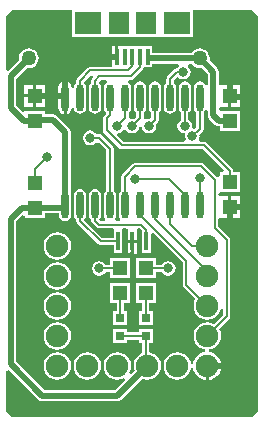
<source format=gtl>
%FSLAX25Y25*%
%MOIN*%
G70*
G01*
G75*
G04 Layer_Physical_Order=1*
G04 Layer_Color=255*
%ADD10R,0.07087X0.07480*%
%ADD11R,0.01575X0.05512*%
%ADD12R,0.09055X0.07480*%
%ADD13R,0.05118X0.05118*%
%ADD14R,0.05118X0.05118*%
%ADD15O,0.02362X0.09055*%
%ADD16R,0.03150X0.03150*%
%ADD17R,0.03150X0.03150*%
%ADD18R,0.01181X0.06299*%
%ADD19C,0.00800*%
%ADD20C,0.02000*%
%ADD21C,0.07500*%
%ADD22C,0.03200*%
%ADD23C,0.05000*%
G36*
X319500Y491500D02*
Y360000D01*
X317500Y358000D01*
X237500Y358000D01*
X235500Y360000D01*
Y373273D01*
X236300Y373605D01*
X246202Y363702D01*
X246798Y363304D01*
X246914Y363281D01*
X247500Y363165D01*
X272500D01*
X273086Y363281D01*
X273202Y363304D01*
X273798Y363702D01*
X280853Y370757D01*
X281312Y370567D01*
X282500Y370411D01*
X283688Y370567D01*
X284795Y371026D01*
X285745Y371755D01*
X286474Y372705D01*
X286933Y373812D01*
X287089Y375000D01*
X286933Y376188D01*
X286474Y377295D01*
X285745Y378245D01*
X284795Y378974D01*
X283688Y379433D01*
X283224Y379494D01*
Y382625D01*
X284375D01*
Y387375D01*
X279625D01*
Y386224D01*
X275875D01*
Y387375D01*
X271125D01*
Y382625D01*
X275875D01*
Y383776D01*
X279625D01*
Y382625D01*
X280777D01*
Y379211D01*
X280205Y378974D01*
X279255Y378245D01*
X278526Y377295D01*
X278067Y376188D01*
X277911Y375000D01*
X278067Y373812D01*
X278257Y373353D01*
X277064Y372159D01*
X276461Y372688D01*
X276474Y372705D01*
X276933Y373812D01*
X277089Y375000D01*
X276933Y376188D01*
X276474Y377295D01*
X275745Y378245D01*
X274795Y378974D01*
X273688Y379433D01*
X272500Y379589D01*
X271312Y379433D01*
X270205Y378974D01*
X269255Y378245D01*
X268526Y377295D01*
X268067Y376188D01*
X267911Y375000D01*
X268067Y373812D01*
X268526Y372705D01*
X269255Y371755D01*
X270205Y371026D01*
X271312Y370567D01*
X272500Y370411D01*
X273688Y370567D01*
X274795Y371026D01*
X274812Y371039D01*
X275341Y370437D01*
X271740Y366835D01*
X248260D01*
X238835Y376260D01*
Y423240D01*
X240841Y425246D01*
X241641Y424914D01*
Y424373D01*
X248359D01*
Y425897D01*
X253059D01*
Y425240D01*
X253213Y424467D01*
X253650Y423812D01*
X254306Y423374D01*
X255079Y423220D01*
X255852Y423374D01*
X256507Y423812D01*
X256945Y424467D01*
X257099Y425240D01*
Y431933D01*
X256945Y432706D01*
X256914Y432752D01*
Y452921D01*
X256774Y453624D01*
X256642Y453821D01*
X256377Y454219D01*
X252298Y458298D01*
X251702Y458696D01*
X251586Y458719D01*
X251000Y458835D01*
X248359D01*
Y460091D01*
X241641D01*
Y460000D01*
X240902Y459694D01*
X238835Y461760D01*
Y470740D01*
X242352Y474257D01*
X243000Y474171D01*
X243862Y474285D01*
X244664Y474617D01*
X245354Y475146D01*
X245883Y475836D01*
X246215Y476639D01*
X246328Y477500D01*
X246215Y478362D01*
X245883Y479164D01*
X245354Y479854D01*
X244664Y480382D01*
X243862Y480715D01*
X243000Y480829D01*
X242139Y480715D01*
X241336Y480382D01*
X240646Y479854D01*
X240118Y479164D01*
X239785Y478362D01*
X239671Y477500D01*
X239757Y476852D01*
X236300Y473395D01*
X235500Y473727D01*
Y491500D01*
X237500Y493500D01*
X257409D01*
Y484680D01*
X268064D01*
Y484680D01*
X268629D01*
Y484680D01*
X277316D01*
Y484680D01*
X277684D01*
Y484680D01*
X286371D01*
Y484680D01*
X286936D01*
Y484680D01*
X297591D01*
Y493500D01*
X317500D01*
X319500Y491500D01*
D02*
G37*
%LPC*%
G36*
X276859Y410859D02*
X270141D01*
Y408723D01*
X268569D01*
X268230Y409230D01*
X267436Y409761D01*
X266500Y409947D01*
X265564Y409761D01*
X264770Y409230D01*
X264239Y408436D01*
X264053Y407500D01*
X264239Y406564D01*
X264770Y405770D01*
X265564Y405239D01*
X266500Y405053D01*
X267436Y405239D01*
X268230Y405770D01*
X268569Y406277D01*
X270141D01*
Y404141D01*
X276859D01*
Y410859D01*
D02*
G37*
G36*
X285359D02*
X278641D01*
Y404141D01*
X285359D01*
Y406277D01*
X287431D01*
X287770Y405770D01*
X288564Y405239D01*
X289500Y405053D01*
X290436Y405239D01*
X291230Y405770D01*
X291761Y406564D01*
X291947Y407500D01*
X291761Y408436D01*
X291230Y409230D01*
X290436Y409761D01*
X289500Y409947D01*
X288564Y409761D01*
X287770Y409230D01*
X287431Y408723D01*
X285359D01*
Y410859D01*
D02*
G37*
G36*
X252500Y409589D02*
X251312Y409433D01*
X250205Y408974D01*
X249255Y408245D01*
X248526Y407295D01*
X248067Y406188D01*
X247911Y405000D01*
X248067Y403812D01*
X248526Y402705D01*
X249255Y401755D01*
X250205Y401026D01*
X251312Y400567D01*
X252500Y400411D01*
X253688Y400567D01*
X254795Y401026D01*
X255745Y401755D01*
X256474Y402705D01*
X256933Y403812D01*
X257089Y405000D01*
X256933Y406188D01*
X256474Y407295D01*
X255745Y408245D01*
X254795Y408974D01*
X253688Y409433D01*
X252500Y409589D01*
D02*
G37*
G36*
X279090Y416000D02*
X278000D01*
Y412350D01*
X279090D01*
Y416000D01*
D02*
G37*
G36*
X277000D02*
X275909D01*
Y412350D01*
X277000D01*
Y416000D01*
D02*
G37*
G36*
X252500Y419589D02*
X251312Y419433D01*
X250205Y418974D01*
X249255Y418245D01*
X248526Y417295D01*
X248067Y416188D01*
X247911Y415000D01*
X248067Y413812D01*
X248526Y412705D01*
X249255Y411755D01*
X250205Y411026D01*
X251312Y410567D01*
X252500Y410411D01*
X253688Y410567D01*
X254795Y411026D01*
X255745Y411755D01*
X256474Y412705D01*
X256933Y413812D01*
X257089Y415000D01*
X256933Y416188D01*
X256474Y417295D01*
X255745Y418245D01*
X254795Y418974D01*
X253688Y419433D01*
X252500Y419589D01*
D02*
G37*
G36*
Y399589D02*
X251312Y399433D01*
X250205Y398974D01*
X249255Y398245D01*
X248526Y397295D01*
X248067Y396188D01*
X247911Y395000D01*
X248067Y393812D01*
X248526Y392705D01*
X249255Y391755D01*
X250205Y391026D01*
X251312Y390567D01*
X252500Y390411D01*
X253688Y390567D01*
X254795Y391026D01*
X255745Y391755D01*
X256474Y392705D01*
X256933Y393812D01*
X257089Y395000D01*
X256933Y396188D01*
X256474Y397295D01*
X255745Y398245D01*
X254795Y398974D01*
X253688Y399433D01*
X252500Y399589D01*
D02*
G37*
G36*
X262500Y379589D02*
X261312Y379433D01*
X260205Y378974D01*
X259255Y378245D01*
X258526Y377295D01*
X258067Y376188D01*
X257911Y375000D01*
X258067Y373812D01*
X258526Y372705D01*
X259255Y371755D01*
X260205Y371026D01*
X261312Y370567D01*
X262500Y370411D01*
X263688Y370567D01*
X264795Y371026D01*
X265745Y371755D01*
X266474Y372705D01*
X266933Y373812D01*
X267089Y375000D01*
X266933Y376188D01*
X266474Y377295D01*
X265745Y378245D01*
X264795Y378974D01*
X263688Y379433D01*
X262500Y379589D01*
D02*
G37*
G36*
X252500D02*
X251312Y379433D01*
X250205Y378974D01*
X249255Y378245D01*
X248526Y377295D01*
X248067Y376188D01*
X247911Y375000D01*
X248067Y373812D01*
X248526Y372705D01*
X249255Y371755D01*
X250205Y371026D01*
X251312Y370567D01*
X252500Y370411D01*
X253688Y370567D01*
X254795Y371026D01*
X255745Y371755D01*
X256474Y372705D01*
X256933Y373812D01*
X257089Y375000D01*
X256933Y376188D01*
X256474Y377295D01*
X255745Y378245D01*
X254795Y378974D01*
X253688Y379433D01*
X252500Y379589D01*
D02*
G37*
G36*
X307225Y374500D02*
X303000D01*
Y370275D01*
X303740Y370372D01*
X304895Y370851D01*
X305888Y371612D01*
X306649Y372604D01*
X307128Y373760D01*
X307225Y374500D01*
D02*
G37*
G36*
X285359Y402591D02*
X278641D01*
Y395873D01*
X280777D01*
Y393280D01*
X279625D01*
Y388531D01*
X284375D01*
Y393280D01*
X283224D01*
Y395873D01*
X285359D01*
Y402591D01*
D02*
G37*
G36*
X276859D02*
X270141D01*
Y395873D01*
X272276D01*
Y393280D01*
X271125D01*
Y388531D01*
X275875D01*
Y393280D01*
X274724D01*
Y395873D01*
X276859D01*
Y402591D01*
D02*
G37*
G36*
X252500Y389589D02*
X251312Y389433D01*
X250205Y388974D01*
X249255Y388245D01*
X248526Y387295D01*
X248067Y386188D01*
X247911Y385000D01*
X248067Y383812D01*
X248526Y382705D01*
X249255Y381755D01*
X250205Y381026D01*
X251312Y380567D01*
X252500Y380411D01*
X253688Y380567D01*
X254795Y381026D01*
X255745Y381755D01*
X256474Y382705D01*
X256933Y383812D01*
X257089Y385000D01*
X256933Y386188D01*
X256474Y387295D01*
X255745Y388245D01*
X254795Y388974D01*
X253688Y389433D01*
X252500Y389589D01*
D02*
G37*
G36*
X244500Y468559D02*
X241441D01*
Y465500D01*
X244500D01*
Y468559D01*
D02*
G37*
G36*
X254579Y469884D02*
X254228Y469814D01*
X253506Y469332D01*
X253024Y468611D01*
X252855Y467760D01*
Y464913D01*
X254579D01*
Y469884D01*
D02*
G37*
G36*
X313559Y464500D02*
X310500D01*
Y461441D01*
X313559D01*
Y464500D01*
D02*
G37*
G36*
X271882Y481756D02*
X270595D01*
Y478500D01*
X271882D01*
Y481756D01*
D02*
G37*
G36*
X310500Y468559D02*
Y465500D01*
X313559D01*
Y468559D01*
X310500D01*
D02*
G37*
G36*
X248559D02*
X245500D01*
Y465500D01*
X248559D01*
Y468559D01*
D02*
G37*
G36*
X274169Y481756D02*
X272882D01*
Y478000D01*
X272382D01*
Y477500D01*
X270595D01*
Y474723D01*
X263500D01*
X263032Y474630D01*
X262635Y474365D01*
X259214Y470944D01*
X258948Y470547D01*
X258855Y470079D01*
Y469325D01*
X258650Y469188D01*
X258213Y468533D01*
X258059Y467760D01*
X257303D01*
X257133Y468611D01*
X256651Y469332D01*
X255930Y469814D01*
X255579Y469884D01*
Y464413D01*
Y458943D01*
X255930Y459012D01*
X256651Y459494D01*
X257133Y460216D01*
X257303Y461067D01*
X258059D01*
X258213Y460294D01*
X258650Y459639D01*
X259306Y459201D01*
X260079Y459047D01*
X260852Y459201D01*
X261507Y459639D01*
X261945Y460294D01*
X262099Y461067D01*
Y467760D01*
X261945Y468533D01*
X261507Y469188D01*
X261725Y469994D01*
X263762Y472031D01*
X264120Y471982D01*
X264404Y471134D01*
X264214Y470944D01*
X263948Y470547D01*
X263855Y470079D01*
Y469325D01*
X263650Y469188D01*
X263213Y468533D01*
X263059Y467760D01*
Y461067D01*
X263213Y460294D01*
X263650Y459639D01*
X264306Y459201D01*
X265079Y459047D01*
X265852Y459201D01*
X266507Y459639D01*
X266945Y460294D01*
X267099Y461067D01*
Y467760D01*
X266945Y468533D01*
X266507Y469188D01*
X266725Y469994D01*
X267007Y470276D01*
X268839D01*
X269082Y469477D01*
X268651Y469188D01*
X268213Y468533D01*
X268059Y467760D01*
Y461067D01*
X268213Y460294D01*
X268651Y459639D01*
X268574Y458804D01*
X268135Y458365D01*
X267870Y457968D01*
X267776Y457500D01*
Y453500D01*
X267870Y453032D01*
X268135Y452635D01*
X273135Y447635D01*
X273532Y447370D01*
X274000Y447276D01*
X300993D01*
X307904Y440366D01*
X307598Y439627D01*
X306641D01*
Y438144D01*
X305945Y437894D01*
X305841Y437889D01*
X301365Y442365D01*
X300968Y442630D01*
X300500Y442724D01*
X278500D01*
X278032Y442630D01*
X277635Y442365D01*
X274214Y438944D01*
X273948Y438547D01*
X273855Y438079D01*
Y433498D01*
X273651Y433361D01*
X273213Y432706D01*
X273059Y431933D01*
Y425240D01*
X273213Y424467D01*
X273509Y424023D01*
X273239Y423324D01*
X273155Y423223D01*
X272003D01*
X271918Y423324D01*
X271649Y424023D01*
X271945Y424467D01*
X272099Y425240D01*
Y431933D01*
X271945Y432706D01*
X271507Y433361D01*
X271302Y433498D01*
Y447421D01*
X271209Y447890D01*
X270944Y448286D01*
X267365Y451865D01*
X266968Y452130D01*
X266500Y452223D01*
X265569D01*
X265230Y452730D01*
X264436Y453261D01*
X263500Y453447D01*
X262564Y453261D01*
X261770Y452730D01*
X261239Y451936D01*
X261053Y451000D01*
X261239Y450064D01*
X261770Y449270D01*
X262564Y448739D01*
X263500Y448553D01*
X264436Y448739D01*
X265230Y449270D01*
X265337Y449429D01*
X266268Y449502D01*
X268855Y446914D01*
Y433498D01*
X268651Y433361D01*
X268213Y432706D01*
X268059Y431933D01*
Y425240D01*
X268213Y424467D01*
X268509Y424023D01*
X268239Y423324D01*
X268155Y423223D01*
X267066D01*
X266507Y423812D01*
X266945Y424467D01*
X267099Y425240D01*
Y431933D01*
X266945Y432706D01*
X266507Y433361D01*
X265852Y433799D01*
X265079Y433953D01*
X264306Y433799D01*
X263650Y433361D01*
X263213Y432706D01*
X263059Y431933D01*
Y425240D01*
X263213Y424467D01*
X263650Y423812D01*
X263855Y423675D01*
Y423421D01*
X263948Y422953D01*
X264214Y422556D01*
X265635Y421135D01*
X266032Y420870D01*
X266500Y420777D01*
X270720D01*
X271385Y420450D01*
X271385Y419977D01*
Y417724D01*
X267507D01*
X261499Y423731D01*
X261507Y423812D01*
X261945Y424467D01*
X262099Y425240D01*
Y431933D01*
X261945Y432706D01*
X261507Y433361D01*
X260852Y433799D01*
X260079Y433953D01*
X259306Y433799D01*
X258650Y433361D01*
X258213Y432706D01*
X258059Y431933D01*
Y425240D01*
X258213Y424467D01*
X258650Y423812D01*
X258855Y423675D01*
Y423421D01*
X258948Y422953D01*
X259214Y422556D01*
X266135Y415635D01*
X266373Y415476D01*
X266532Y415370D01*
X267000Y415276D01*
X271385D01*
Y412550D01*
X274166D01*
Y419977D01*
X274166Y420450D01*
X274831Y420777D01*
D01*
X275162D01*
X275909Y420650D01*
X275909Y419977D01*
Y417000D01*
X279090D01*
Y419977D01*
X279091Y420650D01*
X279838Y420777D01*
X279993D01*
X280834Y419936D01*
Y412550D01*
X283615D01*
Y419109D01*
X284354Y419416D01*
X294276Y409493D01*
Y402000D01*
X294370Y401532D01*
X294635Y401135D01*
X298511Y397259D01*
X298067Y396188D01*
X297911Y395000D01*
X298067Y393812D01*
X298526Y392705D01*
X299255Y391755D01*
X300205Y391026D01*
X301312Y390567D01*
X302500Y390411D01*
X303688Y390567D01*
X304795Y391026D01*
X305745Y391755D01*
X306474Y392705D01*
X306933Y393812D01*
X306977Y394143D01*
X307776Y394091D01*
Y392007D01*
X304759Y388989D01*
X303688Y389433D01*
X302500Y389589D01*
X301312Y389433D01*
X300205Y388974D01*
X299255Y388245D01*
X298526Y387295D01*
X298067Y386188D01*
X297911Y385000D01*
X298067Y383812D01*
X298526Y382705D01*
X299255Y381755D01*
X300205Y381026D01*
X301312Y380567D01*
X301789Y380504D01*
Y379697D01*
X301260Y379628D01*
X300104Y379149D01*
X299112Y378388D01*
X298351Y377396D01*
X297872Y376240D01*
X297803Y375711D01*
X296996D01*
X296933Y376188D01*
X296474Y377295D01*
X295745Y378245D01*
X294795Y378974D01*
X293688Y379433D01*
X292500Y379589D01*
X291312Y379433D01*
X290205Y378974D01*
X289255Y378245D01*
X288526Y377295D01*
X288067Y376188D01*
X287911Y375000D01*
X288067Y373812D01*
X288526Y372705D01*
X289255Y371755D01*
X290205Y371026D01*
X291312Y370567D01*
X292500Y370411D01*
X293688Y370567D01*
X294795Y371026D01*
X295745Y371755D01*
X296474Y372705D01*
X296933Y373812D01*
X296996Y374289D01*
X297803D01*
X297872Y373760D01*
X298351Y372604D01*
X299112Y371612D01*
X300104Y370851D01*
X301260Y370372D01*
X302000Y370275D01*
Y375000D01*
X302500D01*
Y375500D01*
X307225D01*
X307128Y376240D01*
X306649Y377396D01*
X305888Y378388D01*
X304895Y379149D01*
X303740Y379628D01*
X303211Y379697D01*
Y380504D01*
X303688Y380567D01*
X304795Y381026D01*
X305745Y381755D01*
X306474Y382705D01*
X306933Y383812D01*
X307089Y385000D01*
X306933Y386188D01*
X306489Y387259D01*
X309865Y390635D01*
X310130Y391032D01*
X310224Y391500D01*
Y417000D01*
X310130Y417468D01*
X309865Y417865D01*
X306224Y421507D01*
Y423731D01*
X306441Y424441D01*
X307024Y424441D01*
X309500D01*
Y428000D01*
Y431559D01*
X307024D01*
X306441Y431559D01*
X306224Y432269D01*
Y432269D01*
Y432282D01*
X306641Y432909D01*
X307024Y432909D01*
X313359D01*
Y439627D01*
X311224D01*
Y440000D01*
X311130Y440468D01*
X311024Y440627D01*
X310865Y440865D01*
X302365Y449365D01*
X301968Y449630D01*
X301500Y449723D01*
X300162D01*
X299734Y450524D01*
X299761Y450564D01*
X299947Y451500D01*
X299828Y452098D01*
X300944Y453214D01*
X301209Y453611D01*
X301302Y454079D01*
Y459502D01*
X301507Y459639D01*
X301865Y460174D01*
X302377Y460142D01*
X302665Y460041D01*
Y458500D01*
X302781Y457914D01*
X302804Y457798D01*
X303202Y457202D01*
X304970Y455435D01*
X305368Y455169D01*
X305565Y455037D01*
X306268Y454897D01*
X306641D01*
Y453373D01*
X313359D01*
Y460091D01*
X306835D01*
X306411Y460745D01*
X306683Y461441D01*
X307135D01*
X309500D01*
Y465000D01*
Y468559D01*
X307135D01*
X306441Y468559D01*
X306335Y469315D01*
Y469315D01*
Y473000D01*
X306219Y473586D01*
X306196Y473702D01*
X305798Y474298D01*
X303243Y476852D01*
X303328Y477500D01*
X303215Y478362D01*
X302883Y479164D01*
X302354Y479854D01*
X301664Y480382D01*
X300862Y480715D01*
X300000Y480829D01*
X299138Y480715D01*
X298336Y480382D01*
X297646Y479854D01*
X297249Y479335D01*
X284206D01*
Y481556D01*
X274169D01*
Y481756D01*
D02*
G37*
G36*
X310500Y431559D02*
Y428500D01*
X313559D01*
Y431559D01*
X310500D01*
D02*
G37*
G36*
X313559Y427500D02*
X310500D01*
Y424441D01*
X313559D01*
Y427500D01*
D02*
G37*
G36*
X248559Y464500D02*
X245500D01*
Y461441D01*
X248559D01*
Y464500D01*
D02*
G37*
G36*
X244500D02*
X241441D01*
Y461441D01*
X244500D01*
Y464500D01*
D02*
G37*
G36*
X254579Y463913D02*
X252855D01*
Y461067D01*
X253024Y460216D01*
X253506Y459494D01*
X254228Y459012D01*
X254579Y458943D01*
Y463913D01*
D02*
G37*
%LPD*%
G36*
X297646Y475146D02*
X298336Y474617D01*
X299138Y474285D01*
X300000Y474171D01*
X300648Y474257D01*
X302665Y472240D01*
Y468786D01*
X302377Y468685D01*
X301865Y468653D01*
X301507Y469188D01*
X300852Y469626D01*
X300079Y469780D01*
X299306Y469626D01*
X298651Y469188D01*
X298213Y468533D01*
X298059Y467760D01*
Y461067D01*
X298213Y460294D01*
X298651Y459639D01*
X298855Y459502D01*
Y454586D01*
X298254Y453985D01*
X297461Y454223D01*
X297392Y454722D01*
X297447Y455000D01*
X297261Y455936D01*
X296730Y456730D01*
X296223Y457069D01*
Y459449D01*
X296507Y459639D01*
X296945Y460294D01*
X297099Y461067D01*
Y467760D01*
X296945Y468533D01*
X296507Y469188D01*
X295852Y469626D01*
X295079Y469780D01*
X294306Y469626D01*
X293651Y469188D01*
X293213Y468533D01*
X293059Y467760D01*
Y461067D01*
X293213Y460294D01*
X293651Y459639D01*
X293776Y459554D01*
Y457069D01*
X293270Y456730D01*
X292739Y455936D01*
X292553Y455000D01*
X292739Y454064D01*
X293270Y453270D01*
X294064Y452739D01*
X294528Y452647D01*
X295007Y452505D01*
X295108Y451778D01*
X295053Y451500D01*
X295239Y450564D01*
X295266Y450524D01*
X294838Y449723D01*
X274507D01*
X272442Y451788D01*
X272451Y451902D01*
X272758Y452604D01*
X273436Y452739D01*
X274230Y453270D01*
X274549Y453746D01*
X275451D01*
X275770Y453270D01*
X276564Y452739D01*
X277500Y452553D01*
X278436Y452739D01*
X279230Y453270D01*
X279761Y454064D01*
X279842Y454473D01*
X280658D01*
X280739Y454064D01*
X281270Y453270D01*
X282064Y452739D01*
X283000Y452553D01*
X283936Y452739D01*
X284730Y453270D01*
X285261Y454064D01*
X285447Y455000D01*
X285328Y455598D01*
X285944Y456214D01*
X286209Y456610D01*
X286302Y457079D01*
Y459502D01*
X286507Y459639D01*
X286945Y460294D01*
X287099Y461067D01*
Y467760D01*
X286945Y468533D01*
X286507Y469188D01*
X285852Y469626D01*
X285079Y469780D01*
X284306Y469626D01*
X283650Y469188D01*
X283213Y468533D01*
X283059Y467760D01*
Y461067D01*
X283213Y460294D01*
X283650Y459639D01*
X283855Y459502D01*
Y458045D01*
X283123Y457423D01*
X283000Y457447D01*
X282064Y457261D01*
X282053Y457254D01*
X281625Y457439D01*
X281302Y457714D01*
Y459502D01*
X281507Y459639D01*
X281945Y460294D01*
X282099Y461067D01*
Y467760D01*
X281945Y468533D01*
X281507Y469188D01*
X280852Y469626D01*
X280079Y469780D01*
X279306Y469626D01*
X278650Y469188D01*
X278213Y468533D01*
X278059Y467760D01*
Y461067D01*
X278213Y460294D01*
X278650Y459639D01*
X278855Y459502D01*
Y458085D01*
X278098Y457328D01*
X277500Y457447D01*
X277075Y457363D01*
X276954Y457396D01*
X276302Y457975D01*
Y459502D01*
X276507Y459639D01*
X276945Y460294D01*
X277099Y461067D01*
Y467760D01*
X276945Y468533D01*
X276507Y469188D01*
X276076Y469477D01*
X276318Y470276D01*
X277000D01*
X277468Y470370D01*
X277865Y470635D01*
X280924Y473694D01*
X281189Y474091D01*
X281260Y474444D01*
X284206D01*
Y475665D01*
X292728D01*
X292971Y474865D01*
X292770Y474730D01*
X292421Y474208D01*
X292032Y474130D01*
X291635Y473865D01*
X289214Y471444D01*
X288948Y471047D01*
X288855Y470579D01*
Y469325D01*
X288650Y469188D01*
X288213Y468533D01*
X288059Y467760D01*
Y461067D01*
X288213Y460294D01*
X288650Y459639D01*
X289306Y459201D01*
X290079Y459047D01*
X290852Y459201D01*
X291507Y459639D01*
X291945Y460294D01*
X292099Y461067D01*
Y467760D01*
X291945Y468533D01*
X291507Y469188D01*
X291351Y469292D01*
X291308Y470078D01*
X292524Y471294D01*
X292770Y471270D01*
X293564Y470739D01*
X294500Y470553D01*
X295436Y470739D01*
X296230Y471270D01*
X296761Y472064D01*
X296947Y473000D01*
X296761Y473936D01*
X296230Y474730D01*
X296029Y474865D01*
X296272Y475665D01*
X297249D01*
X297646Y475146D01*
D02*
G37*
D10*
X272972Y489221D02*
D03*
X282028D02*
D03*
D11*
X277500Y478000D02*
D03*
X274941D02*
D03*
X280059D02*
D03*
X282618D02*
D03*
X272382D02*
D03*
D12*
X292264Y489221D02*
D03*
X262736D02*
D03*
D13*
X245000Y427732D02*
D03*
Y456732D02*
D03*
X282000Y399232D02*
D03*
X273500D02*
D03*
X310000Y436268D02*
D03*
Y456732D02*
D03*
D14*
X245000Y436000D02*
D03*
Y465000D02*
D03*
X282000Y407500D02*
D03*
X273500D02*
D03*
X310000Y428000D02*
D03*
Y465000D02*
D03*
D15*
X255079Y428587D02*
D03*
X260079D02*
D03*
X265079D02*
D03*
X270079D02*
D03*
X275079D02*
D03*
X280079D02*
D03*
X285079D02*
D03*
X290079D02*
D03*
X295079D02*
D03*
X300079D02*
D03*
X255079Y464413D02*
D03*
X260079D02*
D03*
X265079D02*
D03*
X270079D02*
D03*
X275079D02*
D03*
X280079D02*
D03*
X285079D02*
D03*
X290079D02*
D03*
X295079D02*
D03*
X300079D02*
D03*
D16*
X282000Y385000D02*
D03*
X273500D02*
D03*
D17*
X282000Y390905D02*
D03*
X273500D02*
D03*
D18*
X272776Y416500D02*
D03*
X282224D02*
D03*
X277500D02*
D03*
D19*
X263500Y451000D02*
X266500D01*
X292500Y473000D02*
X294500D01*
X260079Y470079D02*
X263500Y473500D01*
X260079Y464413D02*
Y470079D01*
X265079Y464413D02*
Y470079D01*
X266500Y471500D01*
X280059Y474559D02*
Y478000D01*
X266500Y471500D02*
X277000D01*
X280059Y474559D01*
X263500Y473500D02*
X276000D01*
X277500Y475000D01*
Y478000D01*
X265079Y423421D02*
Y428587D01*
X282224Y416500D02*
Y420276D01*
X260079Y423421D02*
Y428587D01*
Y423421D02*
X267000Y416500D01*
X272776D01*
X295000Y455000D02*
Y465000D01*
X300000Y437500D02*
X300079Y437421D01*
X282000Y390905D02*
Y399232D01*
X273500Y390905D02*
Y399232D01*
Y385000D02*
X282000D01*
X254492Y465000D02*
X255079Y464413D01*
X282000Y375500D02*
Y385000D01*
Y375500D02*
X282500Y375000D01*
X254224Y427732D02*
X255079Y428587D01*
X265079Y423421D02*
X266500Y422000D01*
X280500D01*
X282224Y420276D01*
X255079Y458414D02*
X257698Y455795D01*
X255079Y458414D02*
Y464413D01*
X276650Y412150D02*
X277500Y413000D01*
Y416500D01*
X275079Y457579D02*
Y464413D01*
X272500Y455000D02*
X275079Y457579D01*
X270079Y428587D02*
Y447421D01*
X290079Y422421D02*
Y428587D01*
Y422421D02*
X297500Y415000D01*
X302500D01*
X285079Y423921D02*
Y428587D01*
Y423921D02*
X302500Y406500D01*
Y405000D02*
Y406500D01*
X280079Y425421D02*
Y428587D01*
Y425421D02*
X295500Y410000D01*
Y402000D02*
Y410000D01*
Y402000D02*
X302500Y395000D01*
X305000Y421000D02*
X309000Y417000D01*
Y391500D02*
Y417000D01*
X302500Y385000D02*
X309000Y391500D01*
X270079Y458579D02*
Y464413D01*
X310000Y436268D02*
Y440000D01*
X266500Y451000D02*
X270079Y447421D01*
X295079Y428587D02*
Y431921D01*
X279500Y437157D02*
X289843D01*
X295079Y431921D01*
X275079Y428587D02*
Y438079D01*
X266500Y407500D02*
X273500D01*
X282000D02*
X289500D01*
X277500Y455000D02*
X280079Y457579D01*
Y464413D01*
X285079Y457079D02*
Y464413D01*
X283000Y455000D02*
X285079Y457079D01*
X269000Y457500D02*
X270079Y458579D01*
X269000Y453500D02*
Y457500D01*
X301500Y448500D02*
X310000Y440000D01*
X269000Y453500D02*
X274000Y448500D01*
X301500D01*
X297500Y451500D02*
X300079Y454079D01*
Y464413D01*
Y428587D02*
Y437421D01*
X275079Y438079D02*
X278500Y441500D01*
X300500D01*
X305000Y437000D01*
Y421000D02*
Y437000D01*
X257698Y421802D02*
Y455795D01*
Y421802D02*
X267350Y412150D01*
X276650D01*
X290079Y464413D02*
Y470579D01*
X292500Y473000D01*
X245000Y440500D02*
X249000Y444500D01*
X245000Y436000D02*
Y440500D01*
D20*
X237000Y471500D02*
X243000Y477500D01*
X237000Y461000D02*
Y471500D01*
Y461000D02*
X241268Y456732D01*
X304500Y458500D02*
Y473000D01*
X300000Y477500D02*
X304500Y473000D01*
X283500Y477500D02*
X300000D01*
X237000Y424000D02*
X240732Y427732D01*
X237000Y375500D02*
Y424000D01*
Y375500D02*
X247500Y365000D01*
X245000Y465000D02*
X254492D01*
X245000Y457000D02*
X251000D01*
X255079Y452921D01*
Y428587D02*
Y452921D01*
X247500Y365000D02*
X272500D01*
X282500Y375000D01*
X245000Y427732D02*
X254224D01*
X240732D02*
X245000D01*
X302500Y375000D02*
X308500D01*
X315000Y381500D01*
Y417000D01*
X310000Y422000D02*
X315000Y417000D01*
X310000Y422000D02*
Y428000D01*
Y465500D02*
Y476500D01*
X303500Y483000D02*
X310000Y476500D01*
Y465500D02*
X311000Y464500D01*
X314500D01*
X317000Y429500D02*
Y462000D01*
X314500Y464500D02*
X317000Y462000D01*
X315500Y428000D02*
X317000Y429500D01*
X310000Y428000D02*
X315500D01*
X304500Y458500D02*
X306268Y456732D01*
X310000D01*
X261500Y478000D02*
X271500D01*
X255079Y471579D02*
X261500Y478000D01*
X255079Y464413D02*
Y471579D01*
X241268Y456732D02*
X245000D01*
X268000Y478500D02*
Y481000D01*
X270000Y483000D01*
X303500D01*
D21*
X292500Y375000D02*
D03*
X282500D02*
D03*
X262500D02*
D03*
X252500D02*
D03*
X272500D02*
D03*
X302500D02*
D03*
X252500Y405000D02*
D03*
Y385000D02*
D03*
Y395000D02*
D03*
Y415000D02*
D03*
X302500Y395000D02*
D03*
Y415000D02*
D03*
Y405000D02*
D03*
Y385000D02*
D03*
D22*
X263500Y451000D02*
D03*
X306000Y450500D02*
D03*
X308500Y421500D02*
D03*
X289000Y386000D02*
D03*
X241000Y381000D02*
D03*
X280000Y445000D02*
D03*
X289000Y453000D02*
D03*
X242500Y488000D02*
D03*
X315000Y475000D02*
D03*
X312000Y490000D02*
D03*
X317000Y455000D02*
D03*
X316000Y419000D02*
D03*
X317000Y400000D02*
D03*
X316000Y379500D02*
D03*
X297500Y365000D02*
D03*
X267500Y360500D02*
D03*
X241000Y363500D02*
D03*
X294500Y473000D02*
D03*
X300000Y437500D02*
D03*
X272500Y455000D02*
D03*
X278500Y437157D02*
D03*
X266500Y407500D02*
D03*
X289500D02*
D03*
X277500Y455000D02*
D03*
X283000D02*
D03*
X297500Y451500D02*
D03*
X295000Y455000D02*
D03*
X249000Y444500D02*
D03*
D23*
X300000Y477500D02*
D03*
X243000D02*
D03*
M02*

</source>
